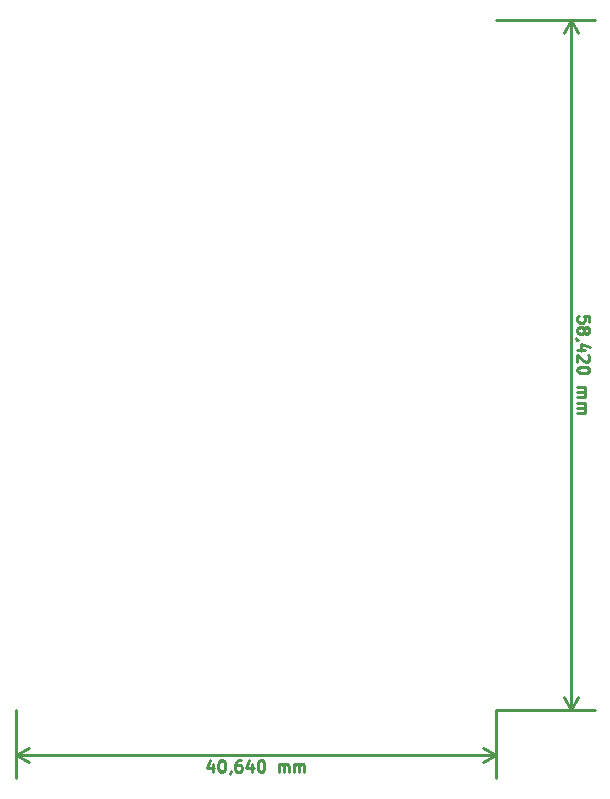
<source format=gbr>
%FSLAX46Y46*%
G04 Gerber Fmt 4.6, Leading zero omitted, Abs format (unit mm)*
G04 Created by KiCad (PCBNEW (2014-10-04 BZR 5163)-product) date So 05 Okt 2014 16:09:57 CEST*
%MOMM*%
G01*
G04 APERTURE LIST*
%ADD10C,0.100000*%
%ADD11C,0.250000*%
G04 APERTURE END LIST*
D10*
D11*
X151407619Y-73850953D02*
X151407619Y-73374762D01*
X150931429Y-73327143D01*
X150979048Y-73374762D01*
X151026667Y-73470000D01*
X151026667Y-73708096D01*
X150979048Y-73803334D01*
X150931429Y-73850953D01*
X150836190Y-73898572D01*
X150598095Y-73898572D01*
X150502857Y-73850953D01*
X150455238Y-73803334D01*
X150407619Y-73708096D01*
X150407619Y-73470000D01*
X150455238Y-73374762D01*
X150502857Y-73327143D01*
X150979048Y-74470000D02*
X151026667Y-74374762D01*
X151074286Y-74327143D01*
X151169524Y-74279524D01*
X151217143Y-74279524D01*
X151312381Y-74327143D01*
X151360000Y-74374762D01*
X151407619Y-74470000D01*
X151407619Y-74660477D01*
X151360000Y-74755715D01*
X151312381Y-74803334D01*
X151217143Y-74850953D01*
X151169524Y-74850953D01*
X151074286Y-74803334D01*
X151026667Y-74755715D01*
X150979048Y-74660477D01*
X150979048Y-74470000D01*
X150931429Y-74374762D01*
X150883810Y-74327143D01*
X150788571Y-74279524D01*
X150598095Y-74279524D01*
X150502857Y-74327143D01*
X150455238Y-74374762D01*
X150407619Y-74470000D01*
X150407619Y-74660477D01*
X150455238Y-74755715D01*
X150502857Y-74803334D01*
X150598095Y-74850953D01*
X150788571Y-74850953D01*
X150883810Y-74803334D01*
X150931429Y-74755715D01*
X150979048Y-74660477D01*
X150455238Y-75327143D02*
X150407619Y-75327143D01*
X150312381Y-75279524D01*
X150264762Y-75231905D01*
X151074286Y-76184286D02*
X150407619Y-76184286D01*
X151455238Y-75946190D02*
X150740952Y-75708095D01*
X150740952Y-76327143D01*
X151312381Y-76660476D02*
X151360000Y-76708095D01*
X151407619Y-76803333D01*
X151407619Y-77041429D01*
X151360000Y-77136667D01*
X151312381Y-77184286D01*
X151217143Y-77231905D01*
X151121905Y-77231905D01*
X150979048Y-77184286D01*
X150407619Y-76612857D01*
X150407619Y-77231905D01*
X151407619Y-77850952D02*
X151407619Y-77946191D01*
X151360000Y-78041429D01*
X151312381Y-78089048D01*
X151217143Y-78136667D01*
X151026667Y-78184286D01*
X150788571Y-78184286D01*
X150598095Y-78136667D01*
X150502857Y-78089048D01*
X150455238Y-78041429D01*
X150407619Y-77946191D01*
X150407619Y-77850952D01*
X150455238Y-77755714D01*
X150502857Y-77708095D01*
X150598095Y-77660476D01*
X150788571Y-77612857D01*
X151026667Y-77612857D01*
X151217143Y-77660476D01*
X151312381Y-77708095D01*
X151360000Y-77755714D01*
X151407619Y-77850952D01*
X150407619Y-79374762D02*
X151074286Y-79374762D01*
X150979048Y-79374762D02*
X151026667Y-79422381D01*
X151074286Y-79517619D01*
X151074286Y-79660477D01*
X151026667Y-79755715D01*
X150931429Y-79803334D01*
X150407619Y-79803334D01*
X150931429Y-79803334D02*
X151026667Y-79850953D01*
X151074286Y-79946191D01*
X151074286Y-80089048D01*
X151026667Y-80184286D01*
X150931429Y-80231905D01*
X150407619Y-80231905D01*
X150407619Y-80708095D02*
X151074286Y-80708095D01*
X150979048Y-80708095D02*
X151026667Y-80755714D01*
X151074286Y-80850952D01*
X151074286Y-80993810D01*
X151026667Y-81089048D01*
X150931429Y-81136667D01*
X150407619Y-81136667D01*
X150931429Y-81136667D02*
X151026667Y-81184286D01*
X151074286Y-81279524D01*
X151074286Y-81422381D01*
X151026667Y-81517619D01*
X150931429Y-81565238D01*
X150407619Y-81565238D01*
X149860000Y-48260000D02*
X149860000Y-106680000D01*
X143510000Y-48260000D02*
X151860000Y-48260000D01*
X143510000Y-106680000D02*
X151860000Y-106680000D01*
X149860000Y-106680000D02*
X149273579Y-105553496D01*
X149860000Y-106680000D02*
X150446421Y-105553496D01*
X149860000Y-48260000D02*
X149273579Y-49386504D01*
X149860000Y-48260000D02*
X150446421Y-49386504D01*
X119523334Y-111275714D02*
X119523334Y-111942381D01*
X119285238Y-110894762D02*
X119047143Y-111609048D01*
X119666191Y-111609048D01*
X120237619Y-110942381D02*
X120332858Y-110942381D01*
X120428096Y-110990000D01*
X120475715Y-111037619D01*
X120523334Y-111132857D01*
X120570953Y-111323333D01*
X120570953Y-111561429D01*
X120523334Y-111751905D01*
X120475715Y-111847143D01*
X120428096Y-111894762D01*
X120332858Y-111942381D01*
X120237619Y-111942381D01*
X120142381Y-111894762D01*
X120094762Y-111847143D01*
X120047143Y-111751905D01*
X119999524Y-111561429D01*
X119999524Y-111323333D01*
X120047143Y-111132857D01*
X120094762Y-111037619D01*
X120142381Y-110990000D01*
X120237619Y-110942381D01*
X121047143Y-111894762D02*
X121047143Y-111942381D01*
X120999524Y-112037619D01*
X120951905Y-112085238D01*
X121904286Y-110942381D02*
X121713809Y-110942381D01*
X121618571Y-110990000D01*
X121570952Y-111037619D01*
X121475714Y-111180476D01*
X121428095Y-111370952D01*
X121428095Y-111751905D01*
X121475714Y-111847143D01*
X121523333Y-111894762D01*
X121618571Y-111942381D01*
X121809048Y-111942381D01*
X121904286Y-111894762D01*
X121951905Y-111847143D01*
X121999524Y-111751905D01*
X121999524Y-111513810D01*
X121951905Y-111418571D01*
X121904286Y-111370952D01*
X121809048Y-111323333D01*
X121618571Y-111323333D01*
X121523333Y-111370952D01*
X121475714Y-111418571D01*
X121428095Y-111513810D01*
X122856667Y-111275714D02*
X122856667Y-111942381D01*
X122618571Y-110894762D02*
X122380476Y-111609048D01*
X122999524Y-111609048D01*
X123570952Y-110942381D02*
X123666191Y-110942381D01*
X123761429Y-110990000D01*
X123809048Y-111037619D01*
X123856667Y-111132857D01*
X123904286Y-111323333D01*
X123904286Y-111561429D01*
X123856667Y-111751905D01*
X123809048Y-111847143D01*
X123761429Y-111894762D01*
X123666191Y-111942381D01*
X123570952Y-111942381D01*
X123475714Y-111894762D01*
X123428095Y-111847143D01*
X123380476Y-111751905D01*
X123332857Y-111561429D01*
X123332857Y-111323333D01*
X123380476Y-111132857D01*
X123428095Y-111037619D01*
X123475714Y-110990000D01*
X123570952Y-110942381D01*
X125094762Y-111942381D02*
X125094762Y-111275714D01*
X125094762Y-111370952D02*
X125142381Y-111323333D01*
X125237619Y-111275714D01*
X125380477Y-111275714D01*
X125475715Y-111323333D01*
X125523334Y-111418571D01*
X125523334Y-111942381D01*
X125523334Y-111418571D02*
X125570953Y-111323333D01*
X125666191Y-111275714D01*
X125809048Y-111275714D01*
X125904286Y-111323333D01*
X125951905Y-111418571D01*
X125951905Y-111942381D01*
X126428095Y-111942381D02*
X126428095Y-111275714D01*
X126428095Y-111370952D02*
X126475714Y-111323333D01*
X126570952Y-111275714D01*
X126713810Y-111275714D01*
X126809048Y-111323333D01*
X126856667Y-111418571D01*
X126856667Y-111942381D01*
X126856667Y-111418571D02*
X126904286Y-111323333D01*
X126999524Y-111275714D01*
X127142381Y-111275714D01*
X127237619Y-111323333D01*
X127285238Y-111418571D01*
X127285238Y-111942381D01*
X102870000Y-110490000D02*
X143510000Y-110490000D01*
X102870000Y-106680000D02*
X102870000Y-112490000D01*
X143510000Y-106680000D02*
X143510000Y-112490000D01*
X143510000Y-110490000D02*
X142383496Y-111076421D01*
X143510000Y-110490000D02*
X142383496Y-109903579D01*
X102870000Y-110490000D02*
X103996504Y-111076421D01*
X102870000Y-110490000D02*
X103996504Y-109903579D01*
M02*

</source>
